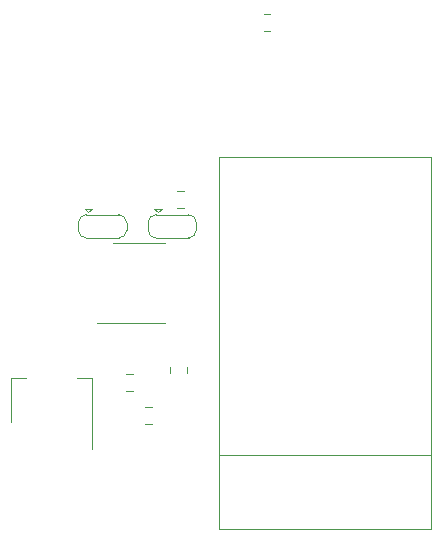
<source format=gbo>
G04 #@! TF.GenerationSoftware,KiCad,Pcbnew,(6.0.2-0)*
G04 #@! TF.CreationDate,2022-08-02T07:49:56-03:00*
G04 #@! TF.ProjectId,Modulo-completo,4d6f6475-6c6f-42d6-936f-6d706c65746f,rev?*
G04 #@! TF.SameCoordinates,Original*
G04 #@! TF.FileFunction,Legend,Bot*
G04 #@! TF.FilePolarity,Positive*
%FSLAX46Y46*%
G04 Gerber Fmt 4.6, Leading zero omitted, Abs format (unit mm)*
G04 Created by KiCad (PCBNEW (6.0.2-0)) date 2022-08-02 07:49:56*
%MOMM*%
%LPD*%
G01*
G04 APERTURE LIST*
%ADD10C,0.120000*%
G04 APERTURE END LIST*
D10*
X131855000Y-119372748D02*
X131855000Y-119895252D01*
X130385000Y-119372748D02*
X130385000Y-119895252D01*
X127818000Y-108883000D02*
X125618000Y-108883000D01*
X127818000Y-115653000D02*
X130018000Y-115653000D01*
X127818000Y-115653000D02*
X124218000Y-115653000D01*
X127818000Y-108883000D02*
X130018000Y-108883000D01*
X128862752Y-124179000D02*
X128340248Y-124179000D01*
X128862752Y-122709000D02*
X128340248Y-122709000D01*
X134561000Y-126798000D02*
X152561000Y-126798000D01*
X134561000Y-133098000D02*
X152561000Y-133098000D01*
X134561000Y-101598000D02*
X134561000Y-133098000D01*
X152561000Y-101598000D02*
X134561000Y-101598000D01*
X152561000Y-133098000D02*
X152561000Y-101598000D01*
X116986000Y-124024000D02*
X116986000Y-120264000D01*
X116986000Y-120264000D02*
X118246000Y-120264000D01*
X123806000Y-120264000D02*
X122546000Y-120264000D01*
X123806000Y-126274000D02*
X123806000Y-120264000D01*
X123314000Y-108442000D02*
X126114000Y-108442000D01*
X123214000Y-105942000D02*
X123814000Y-105942000D01*
X122664000Y-107142000D02*
X122664000Y-107742000D01*
X123514000Y-106242000D02*
X123214000Y-105942000D01*
X123514000Y-106242000D02*
X123814000Y-105942000D01*
X126114000Y-106442000D02*
X123314000Y-106442000D01*
X126764000Y-107742000D02*
X126764000Y-107142000D01*
X126064000Y-108442000D02*
G75*
G03*
X126764000Y-107742000I1J699999D01*
G01*
X122664000Y-107742000D02*
G75*
G03*
X123364000Y-108442000I699999J-1D01*
G01*
X126764000Y-107142000D02*
G75*
G03*
X126064000Y-106442000I-699999J1D01*
G01*
X123364000Y-106442000D02*
G75*
G03*
X122664000Y-107142000I-1J-699999D01*
G01*
X131056748Y-105891000D02*
X131579252Y-105891000D01*
X131056748Y-104421000D02*
X131579252Y-104421000D01*
X138351748Y-89435000D02*
X138874252Y-89435000D01*
X138351748Y-90905000D02*
X138874252Y-90905000D01*
X128562000Y-107142000D02*
X128562000Y-107742000D01*
X132012000Y-106442000D02*
X129212000Y-106442000D01*
X129112000Y-105942000D02*
X129712000Y-105942000D01*
X129212000Y-108442000D02*
X132012000Y-108442000D01*
X129412000Y-106242000D02*
X129112000Y-105942000D01*
X129412000Y-106242000D02*
X129712000Y-105942000D01*
X132662000Y-107742000D02*
X132662000Y-107142000D01*
X131962000Y-108442000D02*
G75*
G03*
X132662000Y-107742000I1J699999D01*
G01*
X132662000Y-107142000D02*
G75*
G03*
X131962000Y-106442000I-699999J1D01*
G01*
X128562000Y-107742000D02*
G75*
G03*
X129262000Y-108442000I699999J-1D01*
G01*
X129262000Y-106442000D02*
G75*
G03*
X128562000Y-107142000I-1J-699999D01*
G01*
X126738748Y-119915000D02*
X127261252Y-119915000D01*
X126738748Y-121385000D02*
X127261252Y-121385000D01*
M02*

</source>
